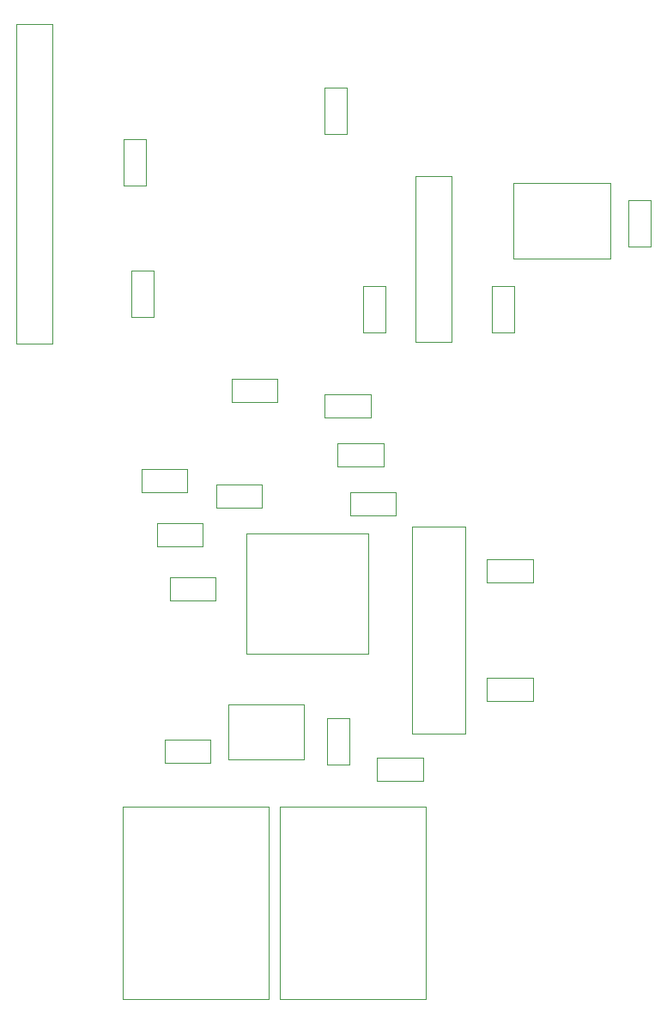
<source format=gbr>
G04 #@! TF.GenerationSoftware,KiCad,Pcbnew,(5.1.2)-2*
G04 #@! TF.CreationDate,2019-10-26T17:19:00+01:00*
G04 #@! TF.ProjectId,canbus_boiler_switch,63616e62-7573-45f6-926f-696c65725f73,rev?*
G04 #@! TF.SameCoordinates,Original*
G04 #@! TF.FileFunction,Other,User*
%FSLAX46Y46*%
G04 Gerber Fmt 4.6, Leading zero omitted, Abs format (unit mm)*
G04 Created by KiCad (PCBNEW (5.1.2)-2) date 2019-10-26 17:19:00*
%MOMM*%
%LPD*%
G04 APERTURE LIST*
%ADD10C,0.050000*%
G04 APERTURE END LIST*
D10*
X93532000Y-191302000D02*
X93532000Y-170902000D01*
X88332000Y-191302000D02*
X93532000Y-191302000D01*
X88332000Y-170902000D02*
X88332000Y-191302000D01*
X93532000Y-170902000D02*
X88332000Y-170902000D01*
X59780000Y-198484000D02*
X74200000Y-198484000D01*
X74200000Y-198484000D02*
X74200000Y-217484000D01*
X74200000Y-217484000D02*
X59780000Y-217484000D01*
X59780000Y-217484000D02*
X59780000Y-198484000D01*
X75250000Y-198484000D02*
X89670000Y-198484000D01*
X89670000Y-198484000D02*
X89670000Y-217484000D01*
X89670000Y-217484000D02*
X75250000Y-217484000D01*
X75250000Y-217484000D02*
X75250000Y-198484000D01*
X70214000Y-193835000D02*
X77614000Y-193835000D01*
X70214000Y-188435000D02*
X70214000Y-193835000D01*
X77614000Y-188435000D02*
X70214000Y-188435000D01*
X77614000Y-193835000D02*
X77614000Y-188435000D01*
X98322000Y-144252000D02*
X98322000Y-137252000D01*
X98572000Y-137002000D02*
X107572000Y-137002000D01*
X107822000Y-137252000D02*
X107822000Y-144252000D01*
X107572000Y-144502000D02*
X98572000Y-144502000D01*
X107822000Y-137002000D02*
X107572000Y-137002000D01*
X107822000Y-137252000D02*
X107822000Y-137002000D01*
X107822000Y-144502000D02*
X107572000Y-144502000D01*
X107822000Y-144252000D02*
X107822000Y-144502000D01*
X98322000Y-144502000D02*
X98322000Y-144252000D01*
X98572000Y-144502000D02*
X98322000Y-144502000D01*
X98322000Y-137002000D02*
X98322000Y-137252000D01*
X98572000Y-137002000D02*
X98322000Y-137002000D01*
X49254000Y-152890000D02*
X49254000Y-121390000D01*
X52804000Y-152890000D02*
X49254000Y-152890000D01*
X52804000Y-121390000D02*
X52804000Y-152890000D01*
X49254000Y-121390000D02*
X52804000Y-121390000D01*
X71958000Y-171538000D02*
X71958000Y-183398000D01*
X83998000Y-171538000D02*
X71958000Y-171538000D01*
X83998000Y-183398000D02*
X83998000Y-171538000D01*
X71958000Y-183398000D02*
X83998000Y-183398000D01*
X83462000Y-151756000D02*
X83462000Y-147196000D01*
X85702000Y-151756000D02*
X83462000Y-151756000D01*
X85702000Y-147196000D02*
X85702000Y-151756000D01*
X83462000Y-147196000D02*
X85702000Y-147196000D01*
X96162000Y-151756000D02*
X96162000Y-147196000D01*
X98402000Y-151756000D02*
X96162000Y-151756000D01*
X98402000Y-147196000D02*
X98402000Y-151756000D01*
X96162000Y-147196000D02*
X98402000Y-147196000D01*
X63884000Y-191920000D02*
X68444000Y-191920000D01*
X63884000Y-194160000D02*
X63884000Y-191920000D01*
X68444000Y-194160000D02*
X63884000Y-194160000D01*
X68444000Y-191920000D02*
X68444000Y-194160000D01*
X75048000Y-158600000D02*
X70488000Y-158600000D01*
X75048000Y-156360000D02*
X75048000Y-158600000D01*
X70488000Y-156360000D02*
X75048000Y-156360000D01*
X70488000Y-158600000D02*
X70488000Y-156360000D01*
X68952000Y-178158000D02*
X64392000Y-178158000D01*
X68952000Y-175918000D02*
X68952000Y-178158000D01*
X64392000Y-175918000D02*
X68952000Y-175918000D01*
X64392000Y-178158000D02*
X64392000Y-175918000D01*
X67682000Y-172824000D02*
X63122000Y-172824000D01*
X67682000Y-170584000D02*
X67682000Y-172824000D01*
X63122000Y-170584000D02*
X67682000Y-170584000D01*
X63122000Y-172824000D02*
X63122000Y-170584000D01*
X66158000Y-167490000D02*
X61598000Y-167490000D01*
X66158000Y-165250000D02*
X66158000Y-167490000D01*
X61598000Y-165250000D02*
X66158000Y-165250000D01*
X61598000Y-167490000D02*
X61598000Y-165250000D01*
X82172000Y-167536000D02*
X86732000Y-167536000D01*
X82172000Y-169776000D02*
X82172000Y-167536000D01*
X86732000Y-169776000D02*
X82172000Y-169776000D01*
X86732000Y-167536000D02*
X86732000Y-169776000D01*
X80908000Y-162710000D02*
X85468000Y-162710000D01*
X80908000Y-164950000D02*
X80908000Y-162710000D01*
X85468000Y-164950000D02*
X80908000Y-164950000D01*
X85468000Y-162710000D02*
X85468000Y-164950000D01*
X79638000Y-157884000D02*
X84198000Y-157884000D01*
X79638000Y-160124000D02*
X79638000Y-157884000D01*
X84198000Y-160124000D02*
X79638000Y-160124000D01*
X84198000Y-157884000D02*
X84198000Y-160124000D01*
X88624000Y-152676000D02*
X92224000Y-152676000D01*
X88624000Y-136376000D02*
X88624000Y-152676000D01*
X92224000Y-136376000D02*
X88624000Y-136376000D01*
X92224000Y-152676000D02*
X92224000Y-136376000D01*
X89402000Y-195938000D02*
X84842000Y-195938000D01*
X89402000Y-193698000D02*
X89402000Y-195938000D01*
X84842000Y-193698000D02*
X89402000Y-193698000D01*
X84842000Y-195938000D02*
X84842000Y-193698000D01*
X62080000Y-132718000D02*
X62080000Y-137278000D01*
X59840000Y-132718000D02*
X62080000Y-132718000D01*
X59840000Y-137278000D02*
X59840000Y-132718000D01*
X62080000Y-137278000D02*
X59840000Y-137278000D01*
X60602000Y-150238000D02*
X60602000Y-145678000D01*
X62842000Y-150238000D02*
X60602000Y-150238000D01*
X62842000Y-145678000D02*
X62842000Y-150238000D01*
X60602000Y-145678000D02*
X62842000Y-145678000D01*
X81892000Y-127638000D02*
X81892000Y-132198000D01*
X79652000Y-127638000D02*
X81892000Y-127638000D01*
X79652000Y-132198000D02*
X79652000Y-127638000D01*
X81892000Y-132198000D02*
X79652000Y-132198000D01*
X109624000Y-143250000D02*
X109624000Y-138690000D01*
X111864000Y-143250000D02*
X109624000Y-143250000D01*
X111864000Y-138690000D02*
X111864000Y-143250000D01*
X109624000Y-138690000D02*
X111864000Y-138690000D01*
X82146000Y-194304000D02*
X79906000Y-194304000D01*
X79906000Y-194304000D02*
X79906000Y-189744000D01*
X79906000Y-189744000D02*
X82146000Y-189744000D01*
X82146000Y-189744000D02*
X82146000Y-194304000D01*
X73524000Y-169014000D02*
X68964000Y-169014000D01*
X73524000Y-166774000D02*
X73524000Y-169014000D01*
X68964000Y-166774000D02*
X73524000Y-166774000D01*
X68964000Y-169014000D02*
X68964000Y-166774000D01*
X100200000Y-188064000D02*
X95640000Y-188064000D01*
X100200000Y-185824000D02*
X100200000Y-188064000D01*
X95640000Y-185824000D02*
X100200000Y-185824000D01*
X95640000Y-188064000D02*
X95640000Y-185824000D01*
X100200000Y-176380000D02*
X95640000Y-176380000D01*
X100200000Y-174140000D02*
X100200000Y-176380000D01*
X95640000Y-174140000D02*
X100200000Y-174140000D01*
X95640000Y-176380000D02*
X95640000Y-174140000D01*
M02*

</source>
